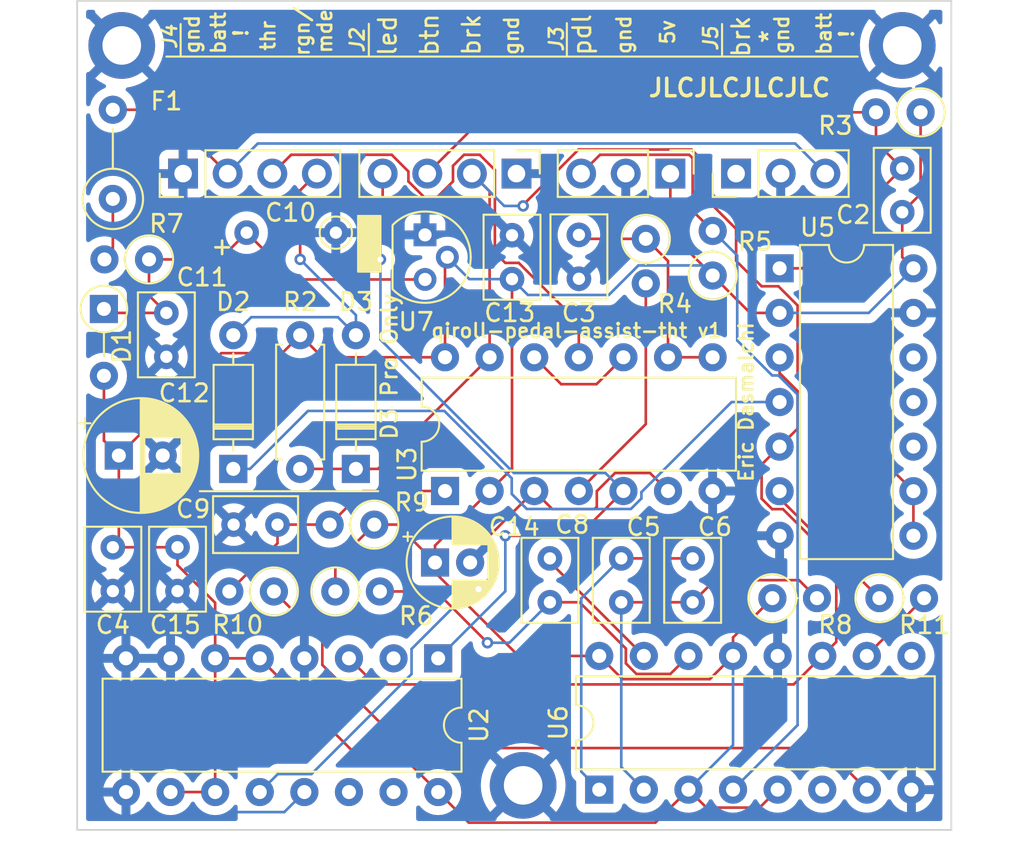
<source format=kicad_pcb>
(kicad_pcb (version 20211014) (generator pcbnew)
  (layers (0 "F.Cu" signal) (31 "B.Cu" signal) (35 "F.Paste" user) (37 "F.SilkS" user "F.Silkscreen") (38 "B.Mask" user) (39 "F.Mask" user) (44 "Edge.Cuts" user))
  (net 0 "")
  (net 1 "GND")
  (net 2 "Net-(C5-Pad1)")
  (net 3 "Net-(C5-Pad2)")
  (net 4 "Net-(U2-Pad3)")
  (net 5 "Net-(C10-Pad1)")
  (net 6 "Net-(F1-Pad2)")
  (net 7 "Net-(C2-Pad2)")
  (net 8 "Net-(C3-Pad2)")
  (net 9 "Net-(C9-Pad1)")
  (net 10 "Net-(J4-Pad3)")
  (net 11 "Net-(R4-Pad2)")
  (net 12 "Net-(R10-Pad1)")
  (net 13 "Net-(D2-Pad1)")
  (net 17 "VDD")
  (net 18 "Net-(D2-Pad2)")
  (net 19 "Net-(R11-Pad2)")
  (net 20 "Net-(R11-Pad1)")
  (net 21 "Net-(D3-Pad1)")
  (net 22 "Net-(F1-Pad1)")
  (net 23 "Net-(J3-Pad3)")
  (net 24 "Net-(U2-Pad12)")
  (net 27 "Net-(J2-Pad4)")
  (net 28 "Net-(U3-Pad10)")
  (net 32 "Net-(C8-Pad1)")
  (net 33 "Net-(C8-Pad2)")
  (footprint "Capacitor_THT:CP_Radial_D6.3mm_P2.50mm" (layer "F.Cu") (at 114.133621 119.888)
    (fp_text reference "C12" (at 3.722379 -3.556) (layer "F.SilkS"))
    (fp_text value "470u")
    (pad "1" thru_hole rect locked (at 0 0) (size 1.6 1.6) (drill 0.8) (layers *.Cu *.Mask) (net 17 "VDD"))
    (pad "2" thru_hole circle locked (at 2.5 0) (size 1.6 1.6) (drill 0.8) (layers *.Cu *.Mask) (net 1 "GND"))
  )
  (footprint "MountingHole:MountingHole_2.2mm_M2_DIN965_Pad" (layer "F.Cu") (at 158.75 96.52)
    (fp_text reference "H3" hide)
    (fp_text value "MountingHole_Pad")
    (pad "1" thru_hole circle locked (at 0 0) (size 3.8 3.8) (drill 2.2) (layers *.Cu *.Mask) (net 1 "GND"))
  )
  (footprint "MountingHole:MountingHole_2.2mm_M2_DIN965_Pad" (layer "F.Cu") (at 114.3 96.52)
    (fp_text reference "H4" hide)
    (fp_text value "MountingHole_Pad")
    (pad "1" thru_hole circle locked (at 0 0) (size 3.8 3.8) (drill 2.2) (layers *.Cu *.Mask) (net 1 "GND"))
  )
  (footprint "MountingHole:MountingHole_2.2mm_M2_DIN965_Pad" (layer "F.Cu") (at 137.16 138.684)
    (fp_text reference "H1" hide)
    (fp_text value "MountingHole_Pad")
    (pad "1" thru_hole circle locked (at 0 0) (size 3.8 3.8) (drill 2.2) (layers *.Cu *.Mask) (net 1 "GND"))
  )
  (footprint "Connector_PinHeader_2.54mm:PinHeader_1x04_P2.54mm_Vertical" (layer "F.Cu") (at 136.779 103.8225 -90)
    (fp_text reference "J2" hide)
    (fp_text value "led_sw1")
    (pad "1" thru_hole rect locked (at 0 0 270) (size 1.7 1.7) (drill 1) (layers *.Cu *.Mask) (net 1 "GND"))
    (pad "2" thru_hole oval locked (at 0 2.54 270) (size 1.7 1.7) (drill 1) (layers *.Cu *.Mask) (net 21 "Net-(D3-Pad1)"))
    (pad "3" thru_hole oval locked (at 0 5.08 270) (size 1.7 1.7) (drill 1) (layers *.Cu *.Mask) (net 7 "Net-(C2-Pad2)"))
    (pad "4" thru_hole oval locked (at 0 7.62 270) (size 1.7 1.7) (drill 1) (layers *.Cu *.Mask) (net 27 "Net-(J2-Pad4)"))
  )
  (footprint "Connector_PinHeader_2.54mm:PinHeader_1x03_P2.54mm_Vertical" (layer "F.Cu") (at 145.542 103.8225 -90)
    (fp_text reference "J3" hide)
    (fp_text value "accessory")
    (pad "1" thru_hole rect locked (at 0 0 270) (size 1.7 1.7) (drill 1) (layers *.Cu *.Mask) (net 17 "VDD"))
    (pad "2" thru_hole oval locked (at 0 2.54 270) (size 1.7 1.7) (drill 1) (layers *.Cu *.Mask) (net 1 "GND"))
    (pad "3" thru_hole oval locked (at 0 5.08 270) (size 1.7 1.7) (drill 1) (layers *.Cu *.Mask) (net 23 "Net-(J3-Pad3)"))
  )
  (footprint "Connector_PinHeader_2.54mm:PinHeader_1x04_P2.54mm_Vertical" (layer "F.Cu") (at 117.7925 103.8225 90)
    (fp_text reference "J4" hide)
    (fp_text value "mode_thr_batt")
    (pad "1" thru_hole rect locked (at 0 0 90) (size 1.7 1.7) (drill 1) (layers *.Cu *.Mask) (net 1 "GND"))
    (pad "2" thru_hole oval locked (at 0 2.54 90) (size 1.7 1.7) (drill 1) (layers *.Cu *.Mask) (net 6 "Net-(F1-Pad2)"))
    (pad "3" thru_hole oval locked (at 0 5.08 90) (size 1.7 1.7) (drill 1) (layers *.Cu *.Mask) (net 10 "Net-(J4-Pad3)"))
    (pad "4" thru_hole oval locked (at 0 7.62 90) (size 1.7 1.7) (drill 1) (layers *.Cu *.Mask) (net 18 "Net-(D2-Pad2)"))
  )
  (footprint "Connector_PinHeader_2.54mm:PinHeader_1x03_P2.54mm_Vertical" (layer "F.Cu") (at 149.2885 103.8225 90)
    (fp_text reference "J5" hide)
    (fp_text value "3_pin")
    (pad "1" thru_hole rect locked (at 0 0 90) (size 1.7 1.7) (drill 1) (layers *.Cu *.Mask))
    (pad "2" thru_hole oval locked (at 0 2.54 90) (size 1.7 1.7) (drill 1) (layers *.Cu *.Mask) (net 1 "GND"))
    (pad "3" thru_hole oval locked (at 0 5.08 90) (size 1.7 1.7) (drill 1) (layers *.Cu *.Mask) (net 6 "Net-(F1-Pad2)"))
  )
  (footprint "Resistor_THT:R_Axial_DIN0204_L3.6mm_D1.6mm_P5.08mm_Vertical" (layer "F.Cu") (at 121.412 107.188)
    (fp_text reference "C10" (at 2.5 -1.143) (layer "F.SilkS"))
    (fp_text value "150u")
    (fp_text user "+" (at -1.397 0.762 unlocked) (layer "F.SilkS"))
    (pad "1" thru_hole circle (at 0 0) (size 1.4 1.4) (drill 0.7) (layers *.Cu *.Mask) (net 5 "Net-(C10-Pad1)"))
    (pad "2" thru_hole oval (at 5.08 0) (size 1.4 1.4) (drill 0.7) (layers *.Cu *.Mask) (net 1 "GND"))
  )
  (footprint "Capacitor_THT:C_Rect_L4.6mm_W3.0mm_P2.50mm_MKS02_FKP02" (layer "F.Cu") (at 123.17 123.825 180)
    (fp_text reference "C9" (at 4.806 0.889) (layer "F.SilkS"))
    (fp_text value "4.7u")
    (pad "1" thru_hole circle locked (at 0 0 180) (size 1.4 1.4) (drill 0.7) (layers *.Cu *.Mask) (net 9 "Net-(C9-Pad1)"))
    (pad "2" thru_hole circle locked (at 2.5 0 180) (size 1.4 1.4) (drill 0.7) (layers *.Cu *.Mask) (net 1 "GND"))
  )
  (footprint "Capacitor_THT:CP_Radial_D5.0mm_P2.00mm" (layer "F.Cu") (at 132.140888 125.984)
    (fp_text reference "C14" (at 4.511112 -2.032) (layer "F.SilkS"))
    (fp_text value "22u")
    (pad "1" thru_hole rect locked (at 0 0) (size 1.6 1.6) (drill 0.8) (layers *.Cu *.Mask) (net 17 "VDD"))
    (pad "2" thru_hole circle locked (at 2 0) (size 1.6 1.6) (drill 0.8) (layers *.Cu *.Mask) (net 1 "GND"))
  )
  (footprint "Capacitor_THT:C_Rect_L4.6mm_W3.0mm_P2.50mm_MKS02_FKP02" (layer "F.Cu") (at 117.475 125.115 -90)
    (fp_text reference "C15" (at 4.425 0.127 180) (layer "F.SilkS"))
    (fp_text value "1u")
    (pad "1" thru_hole circle locked (at 0 0 270) (size 1.4 1.4) (drill 0.7) (layers *.Cu *.Mask) (net 17 "VDD"))
    (pad "2" thru_hole circle locked (at 2.5 0 270) (size 1.4 1.4) (drill 0.7) (layers *.Cu *.Mask) (net 1 "GND"))
  )
  (footprint "Capacitor_THT:C_Rect_L4.6mm_W3.0mm_P2.50mm_MKS02_FKP02" (layer "F.Cu") (at 136.525 109.835 90)
    (fp_text reference "C13" (at -1.925 -0.127 180) (layer "F.SilkS"))
    (fp_text value ".1u")
    (pad "1" thru_hole circle locked (at 0 0 90) (size 1.4 1.4) (drill 0.7) (layers *.Cu *.Mask) (net 17 "VDD"))
    (pad "2" thru_hole circle locked (at 2.5 0 90) (size 1.4 1.4) (drill 0.7) (layers *.Cu *.Mask) (net 1 "GND"))
  )
  (footprint "Resistor_THT:R_Axial_DIN0207_L6.3mm_D2.5mm_P2.54mm_Vertical" (layer "F.Cu") (at 159.795 100.33 180)
    (fp_text reference "R3" (at 4.855 -0.762 180) (layer "F.SilkS"))
    (fp_text value "200k")
    (pad "1" thru_hole circle locked (at 0 0 180) (size 1.6 1.6) (drill 0.8) (layers *.Cu *.Mask) (net 17 "VDD"))
    (pad "2" thru_hole oval locked (at 2.54 0 180) (size 1.6 1.6) (drill 0.8) (layers *.Cu *.Mask) (net 7 "Net-(C2-Pad2)"))
  )
  (footprint "Package_DIP:DIP-16_W7.62mm" (layer "F.Cu") (at 141.493 138.928 90)
    (fp_text reference "U6" (at 3.81 -2.33 90) (layer "F.SilkS"))
    (fp_text value "14538B")
    (pad "1" thru_hole rect locked (at 0 0 90) (size 1.6 1.6) (drill 0.8) (layers *.Cu *.Mask) (net 3 "Net-(C5-Pad2)"))
    (pad "2" thru_hole oval locked (at 0 2.54 90) (size 1.6 1.6) (drill 0.8) (layers *.Cu *.Mask) (net 2 "Net-(C5-Pad1)"))
    (pad "3" thru_hole oval locked (at 0 5.08 90) (size 1.6 1.6) (drill 0.8) (layers *.Cu *.Mask) (net 17 "VDD"))
    (pad "4" thru_hole oval locked (at 0 7.62 90) (size 1.6 1.6) (drill 0.8) (layers *.Cu *.Mask) (net 23 "Net-(J3-Pad3)"))
    (pad "5" thru_hole oval locked (at 0 10.16 90) (size 1.6 1.6) (drill 0.8) (layers *.Cu *.Mask) (net 17 "VDD"))
    (pad "6" thru_hole oval locked (at 0 12.7 90) (size 1.6 1.6) (drill 0.8) (layers *.Cu *.Mask))
    (pad "7" thru_hole oval locked (at 0 15.24 90) (size 1.6 1.6) (drill 0.8) (layers *.Cu *.Mask) (net 12 "Net-(R10-Pad1)"))
    (pad "8" thru_hole oval locked (at 0 17.78 90) (size 1.6 1.6) (drill 0.8) (layers *.Cu *.Mask) (net 1 "GND"))
    (pad "9" thru_hole oval locked (at 7.62 17.78 90) (size 1.6 1.6) (drill 0.8) (layers *.Cu *.Mask))
    (pad "10" thru_hole oval locked (at 7.62 15.24 90) (size 1.6 1.6) (drill 0.8) (layers *.Cu *.Mask) (net 19 "Net-(R11-Pad2)"))
    (pad "11" thru_hole oval locked (at 7.62 12.7 90) (size 1.6 1.6) (drill 0.8) (layers *.Cu *.Mask) (net 4 "Net-(U2-Pad3)"))
    (pad "12" thru_hole oval locked (at 7.62 10.16 90) (size 1.6 1.6) (drill 0.8) (layers *.Cu *.Mask) (net 1 "GND"))
    (pad "13" thru_hole oval locked (at 7.62 7.62 90) (size 1.6 1.6) (drill 0.8) (layers *.Cu *.Mask) (net 17 "VDD"))
    (pad "14" thru_hole oval locked (at 7.62 5.08 90) (size 1.6 1.6) (drill 0.8) (layers *.Cu *.Mask) (net 32 "Net-(C8-Pad1)"))
    (pad "15" thru_hole oval locked (at 7.62 2.54 90) (size 1.6 1.6) (drill 0.8) (layers *.Cu *.Mask) (net 33 "Net-(C8-Pad2)"))
    (pad "16" thru_hole oval locked (at 7.62 0 90) (size 1.6 1.6) (drill 0.8) (layers *.Cu *.Mask) (net 17 "VDD"))
  )
  (footprint "Resistor_THT:R_Axial_DIN0207_L6.3mm_D2.5mm_P2.54mm_Vertical" (layer "F.Cu") (at 147.955 109.63 90)
    (fp_text reference "R5" (at 1.934 2.413 180) (layer "F.SilkS"))
    (fp_text value "75k")
    (pad "1" thru_hole circle locked (at 0 0 90) (size 1.6 1.6) (drill 0.8) (layers *.Cu *.Mask) (net 17 "VDD"))
    (pad "2" thru_hole oval locked (at 2.54 0 90) (size 1.6 1.6) (drill 0.8) (layers *.Cu *.Mask) (net 23 "Net-(J3-Pad3)"))
  )
  (footprint "Resistor_THT:R_Axial_DIN0207_L6.3mm_D2.5mm_P2.54mm_Vertical" (layer "F.Cu") (at 126.463 127.635)
    (fp_text reference "R6" (at 4.601 1.397 180) (layer "F.SilkS"))
    (fp_text value "390k")
    (pad "1" thru_hole circle locked (at 0 0) (size 1.6 1.6) (drill 0.8) (layers *.Cu *.Mask) (net 17 "VDD"))
    (pad "2" thru_hole oval locked (at 2.54 0) (size 1.6 1.6) (drill 0.8) (layers *.Cu *.Mask) (net 32 "Net-(C8-Pad1)"))
  )
  (footprint "Diode_THT:D_DO-35_SOD27_P3.81mm_Vertical_AnodeUp" (layer "F.Cu") (at 113.284 111.534686 -90)
    (fp_text reference "D1" (at 2.130314 -1.016 90) (layer "F.SilkS"))
    (fp_text value "1N4148")
    (pad "1" thru_hole rect locked (at 0 0 270) (size 1.6 1.6) (drill 0.8) (layers *.Cu *.Mask) (net 5 "Net-(C10-Pad1)"))
    (pad "2" thru_hole oval locked (at 3.81 0 270) (size 1.6 1.6) (drill 0.8) (layers *.Cu *.Mask) (net 17 "VDD"))
  )
  (footprint "Resistor_THT:R_Axial_DIN0207_L6.3mm_D2.5mm_P2.54mm_Vertical" (layer "F.Cu") (at 122.965 127.635 180)
    (fp_text reference "R10" (at 2.061 -1.905) (layer "F.SilkS"))
    (fp_text value "75k")
    (pad "1" thru_hole circle locked (at 0 0 180) (size 1.6 1.6) (drill 0.8) (layers *.Cu *.Mask) (net 12 "Net-(R10-Pad1)"))
    (pad "2" thru_hole oval locked (at 2.54 0 180) (size 1.6 1.6) (drill 0.8) (layers *.Cu *.Mask) (net 9 "Net-(C9-Pad1)"))
  )
  (footprint "Capacitor_THT:C_Rect_L4.6mm_W3.0mm_P2.50mm_MKS02_FKP02" (layer "F.Cu") (at 140.335 109.815 90)
    (fp_text reference "C3" (at -1.945 0 180) (layer "F.SilkS"))
    (fp_text value ".1u")
    (pad "1" thru_hole circle locked (at 0 0 90) (size 1.4 1.4) (drill 0.7) (layers *.Cu *.Mask) (net 1 "GND"))
    (pad "2" thru_hole circle locked (at 2.5 0 90) (size 1.4 1.4) (drill 0.7) (layers *.Cu *.Mask) (net 8 "Net-(C3-Pad2)"))
  )
  (footprint "Resistor_THT:R_Axial_DIN0207_L6.3mm_D2.5mm_P2.54mm_Vertical" (layer "F.Cu") (at 144.145 107.54 -90)
    (fp_text reference "R4" (at 3.712 -1.651 180) (layer "F.SilkS"))
    (fp_text value "390k")
    (pad "1" thru_hole circle locked (at 0 0 270) (size 1.6 1.6) (drill 0.8) (layers *.Cu *.Mask) (net 8 "Net-(C3-Pad2)"))
    (pad "2" thru_hole oval locked (at 2.54 0 270) (size 1.6 1.6) (drill 0.8) (layers *.Cu *.Mask) (net 11 "Net-(R4-Pad2)"))
  )
  (footprint "Capacitor_THT:C_Rect_L4.6mm_W3.0mm_P2.50mm_MKS02_FKP02" (layer "F.Cu") (at 142.748 128.25 90)
    (fp_text reference "C5" (at 4.298 1.27 180) (layer "F.SilkS"))
    (fp_text value ".1u")
    (pad "1" thru_hole circle locked (at 0 0 90) (size 1.4 1.4) (drill 0.7) (layers *.Cu *.Mask) (net 2 "Net-(C5-Pad1)"))
    (pad "2" thru_hole circle locked (at 2.5 0 90) (size 1.4 1.4) (drill 0.7) (layers *.Cu *.Mask) (net 3 "Net-(C5-Pad2)"))
  )
  (footprint "Resistor_THT:R_Axial_DIN0207_L6.3mm_D2.5mm_P2.54mm_Vertical" (layer "F.Cu") (at 157.451 128.016)
    (fp_text reference "R11" (at 2.569 1.524) (layer "F.SilkS"))
    (fp_text value "390k")
    (pad "1" thru_hole circle locked (at 0 0) (size 1.6 1.6) (drill 0.8) (layers *.Cu *.Mask) (net 20 "Net-(R11-Pad1)"))
    (pad "2" thru_hole oval locked (at 2.54 0) (size 1.6 1.6) (drill 0.8) (layers *.Cu *.Mask) (net 19 "Net-(R11-Pad2)"))
  )
  (footprint "Resistor_THT:R_Axial_DIN0207_L6.3mm_D2.5mm_P7.62mm_Horizontal" (layer "F.Cu") (at 124.46 113.03 -90)
    (fp_text reference "R2" (at -1.905 0) (layer "F.SilkS"))
    (fp_text value "75k")
    (pad "1" thru_hole circle locked (at 0 0 270) (size 1.6 1.6) (drill 0.8) (layers *.Cu *.Mask) (net 17 "VDD"))
    (pad "2" thru_hole oval locked (at 7.62 0 270) (size 1.6 1.6) (drill 0.8) (layers *.Cu *.Mask) (net 21 "Net-(D3-Pad1)"))
  )
  (footprint "Capacitor_THT:C_Rect_L4.6mm_W3.0mm_P2.50mm_MKS02_FKP02" (layer "F.Cu") (at 113.792 127.615 90)
    (fp_text reference "C4" (at -1.925 0 180) (layer "F.SilkS"))
    (fp_text value ".1u")
    (pad "1" thru_hole circle locked (at 0 0 90) (size 1.4 1.4) (drill 0.7) (layers *.Cu *.Mask) (net 1 "GND"))
    (pad "2" thru_hole circle locked (at 2.5 0 90) (size 1.4 1.4) (drill 0.7) (layers *.Cu *.Mask) (net 17 "VDD"))
  )
  (footprint "Package_DIP:DIP-14_W7.62mm" (layer "F.Cu") (at 132.71 121.91 90)
    (fp_text reference "U3" (at 1.514 -2.154 90) (layer "F.SilkS"))
    (fp_text value "4093B")
    (pad "1" thru_hole rect locked (at 0 0 90) (size 1.6 1.6) (drill 0.8) (layers *.Cu *.Mask) (net 9 "Net-(C9-Pad1)"))
    (pad "2" thru_hole oval locked (at 0 2.54 90) (size 1.6 1.6) (drill 0.8) (layers *.Cu *.Mask) (net 17 "VDD"))
    (pad "3" thru_hole oval locked (at 0 5.08 90) (size 1.6 1.6) (drill 0.8) (layers *.Cu *.Mask) (net 24 "Net-(U2-Pad12)"))
    (pad "4" thru_hole oval locked (at 0 7.62 90) (size 1.6 1.6) (drill 0.8) (layers *.Cu *.Mask) (net 11 "Net-(R4-Pad2)"))
    (pad "5" thru_hole oval locked (at 0 10.16 90) (size 1.6 1.6) (drill 0.8) (layers *.Cu *.Mask) (net 27 "Net-(J2-Pad4)"))
    (pad "6" thru_hole oval locked (at 0 12.7 90) (size 1.6 1.6) (drill 0.8) (layers *.Cu *.Mask) (net 24 "Net-(U2-Pad12)"))
    (pad "7" thru_hole oval locked (at 0 15.24 90) (size 1.6 1.6) (drill 0.8) (layers *.Cu *.Mask) (net 1 "GND"))
    (pad "8" thru_hole oval locked (at 7.62 15.24 90) (size 1.6 1.6) (drill 0.8) (layers *.Cu *.Mask) (net 8 "Net-(C3-Pad2)"))
    (pad "9" thru_hole oval locked (at 7.62 12.7 90) (size 1.6 1.6) (drill 0.8) (layers *.Cu *.Mask) (net 8 "Net-(C3-Pad2)"))
    (pad "10" thru_hole oval locked (at 7.62 10.16 90) (size 1.6 1.6) (drill 0.8) (layers *.Cu *.Mask) (net 28 "Net-(U3-Pad10)"))
    (pad "11" thru_hole oval locked (at 7.62 7.62 90) (size 1.6 1.6) (drill 0.8) (layers *.Cu *.Mask) (net 10 "Net-(J4-Pad3)"))
    (pad "12" thru_hole oval locked (at 7.62 5.08 90) (size 1.6 1.6) (drill 0.8) (layers *.Cu *.Mask) (net 28 "Net-(U3-Pad10)"))
    (pad "13" thru_hole oval locked (at 7.62 2.54 90) (size 1.6 1.6) (drill 0.8) (layers *.Cu *.Mask) (net 21 "Net-(D3-Pad1)"))
    (pad "14" thru_hole oval locked (at 7.62 0 90) (size 1.6 1.6) (drill 0.8) (layers *.Cu *.Mask) (net 17 "VDD"))
  )
  (footprint "Capacitor_THT:C_Rect_L4.6mm_W3.0mm_P2.50mm_MKS02_FKP02" (layer "F.Cu") (at 138.684 128.25 90)
    (fp_text reference "C8" (at 4.425 1.27 180) (layer "F.SilkS"))
    (fp_text value "1u")
    (pad "1" thru_hole circle locked (at 0 0 90) (size 1.4 1.4) (drill 0.7) (layers *.Cu *.Mask) (net 32 "Net-(C8-Pad1)"))
    (pad "2" thru_hole circle locked (at 2.5 0 90) (size 1.4 1.4) (drill 0.7) (layers *.Cu *.Mask) (net 33 "Net-(C8-Pad2)"))
  )
  (footprint "Package_TO_SOT_THT:TO-92" (layer "F.Cu") (at 131.572 107.315 -90)
    (fp_text reference "U7" (at 4.953 0.508 180) (layer "F.SilkS"))
    (fp_text value "MCP1799_3V3")
    (pad "1" thru_hole rect locked (at 0 0 270) (size 1.3 1.3) (drill 0.75) (layers *.Cu *.Mask) (net 1 "GND"))
    (pad "2" thru_hole circle locked (at 1.27 -1.27 270) (size 1.3 1.3) (drill 0.75) (layers *.Cu *.Mask) (net 17 "VDD"))
    (pad "3" thru_hole circle locked (at 2.54 0 270) (size 1.3 1.3) (drill 0.75) (layers *.Cu *.Mask) (net 5 "Net-(C10-Pad1)"))
  )
  (footprint "Resistor_THT:R_Axial_DIN0207_L6.3mm_D2.5mm_P2.54mm_Vertical" (layer "F.Cu") (at 115.853 108.712 180)
    (fp_text reference "R7" (at -0.987 2.032) (layer "F.SilkS"))
    (fp_text value "3.3k")
    (pad "1" thru_hole circle locked (at 0 0 180) (size 1.6 1.6) (drill 0.8) (layers *.Cu *.Mask) (net 5 "Net-(C10-Pad1)"))
    (pad "2" thru_hole oval locked (at 2.54 0 180) (size 1.6 1.6) (drill 0.8) (layers *.Cu *.Mask) (net 22 "Net-(F1-Pad1)"))
  )
  (footprint "Capacitor_THT:C_Rect_L4.6mm_W3.0mm_P2.50mm_MKS02_FKP02" (layer "F.Cu") (at 116.84 111.76 -90)
    (fp_text reference "C11" (at -2.032 -2.032 180) (layer "F.SilkS"))
    (fp_text value ".22u")
    (pad "1" thru_hole circle locked (at 0 0 270) (size 1.4 1.4) (drill 0.7) (layers *.Cu *.Mask) (net 5 "Net-(C10-Pad1)"))
    (pad "2" thru_hole circle locked (at 2.5 0 270) (size 1.4 1.4) (drill 0.7) (layers *.Cu *.Mask) (net 1 "GND"))
  )
  (footprint "Resistor_THT:R_Axial_DIN0309_L9.0mm_D3.2mm_P5.08mm_Vertical" (layer "F.Cu") (at 113.792 105.264 90)
    (fp_text reference "F1" (at 5.569 3.048 180) (layer "F.SilkS"))
    (fp_text value "0ZCJ0012FF2E")
    (pad "1" thru_hole circle locked (at 0 0 90) (size 1.6 1.6) (drill 0.8) (layers *.Cu *.Mask) (net 22 "Net-(F1-Pad1)"))
    (pad "2" thru_hole oval locked (at 5.08 0 90) (size 1.6 1.6) (drill 0.8) (layers *.Cu *.Mask) (net 6 "Net-(F1-Pad2)"))
  )
  (footprint "Package_DIP:DIP-16_W7.62mm" (layer "F.Cu") (at 132.319 131.445 -90)
    (fp_text reference "U2" (at 3.81 -2.33 90) (layer "F.SilkS"))
    (fp_text value "4027B")
    (pad "1" thru_hole rect locked (at 0 0 270) (size 1.6 1.6) (drill 0.8) (layers *.Cu *.Mask) (net 27 "Net-(J2-Pad4)"))
    (pad "2" thru_hole oval locked (at 0 2.54 270) (size 1.6 1.6) (drill 0.8) (layers *.Cu *.Mask))
    (pad "3" thru_hole oval locked (at 0 5.08 270) (size 1.6 1.6) (drill 0.8) (layers *.Cu *.Mask) (net 4 "Net-(U2-Pad3)"))
    (pad "4" thru_hole oval locked (at 0 7.62 270) (size 1.6 1.6) (drill 0.8) (layers *.Cu *.Mask) (net 1 "GND"))
    (pad "5" thru_hole oval locked (at 0 10.16 270) (size 1.6 1.6) (drill 0.8) (layers *.Cu *.Mask) (net 17 "VDD"))
    (pad "6" thru_hole oval locked (at 0 12.7 270) (size 1.6 1.6) (drill 0.8) (layers *.Cu *.Mask) (net 17 "VDD"))
    (pad "7" thru_hole oval locked (at 0 15.24 270) (size 1.6 1.6) (drill 0.8) (layers *.Cu *.Mask) (net 1 "GND"))
    (pad "8" thru_hole oval locked (at 0 17.78 270) (size 1.6 1.6) (drill 0.8) (layers *.Cu *.Mask) (net 1 "GND"))
    (pad "9" thru_hole oval locked (at 7.62 17.78 270) (size 1.6 1.6) (drill 0.8) (layers *.Cu *.Mask) (net 1 "GND"))
    (pad "10" thru_hole oval locked (at 7.62 15.24 270) (size 1.6 1.6) (drill 0.8) (layers *.Cu *.Mask) (net 17 "VDD"))
    (pad "11" thru_hole oval locked (at 7.62 12.7 270) (size 1.6 1.6) (drill 0.8) (layers *.Cu *.Mask) (net 17 "VDD"))
    (pad "12" thru_hole oval locked (at 7.62 10.16 270) (size 1.6 1.6) (drill 0.8) (layers *.Cu *.Mask) (net 24 "Net-(U2-Pad12)"))
    (pad "13" thru_hole oval locked (at 7.62 7.62 270) (size 1.6 1.6) (drill 0.8) (layers *.Cu *.Mask) (net 1 "GND"))
    (pad "14" thru_hole oval locked (at 7.62 5.08 270) (size 1.6 1.6) (drill 0.8) (layers *.Cu *.Mask))
    (pad "15" thru_hole oval locked (at 7.62 2.54 270) (size 1.6 1.6) (drill 0.8) (layers *.Cu *.Mask))
    (pad "16" thru_hole oval locked (at 7.62 0 270) (size 1.6 1.6) (drill 0.8) (layers *.Cu *.Mask) (net 17 "VDD"))
  )
  (footprint "Capacitor_THT:C_Rect_L4.6mm_W3.0mm_P2.50mm_MKS02_FKP02" (layer "F.Cu") (at 158.75 106.025 90)
    (fp_text reference "C2" (at -0.147 -2.794 180) (layer "F.SilkS"))
    (fp_text value ".22u")
    (pad "1" thru_hole circle locked (at 0 0 90) (size 1.4 1.4) (drill 0.7) (layers *.Cu *.Mask) (net 17 "VDD"))
    (pad "2" thru_hole circle locked (at 2.5 0 90) (size 1.4 1.4) (drill 0.7) (layers *.Cu *.Mask) (net 7 "Net-(C2-Pad2)"))
  )
  (footprint "Resistor_THT:R_Axial_DIN0207_L6.3mm_D2.5mm_P2.54mm_Vertical" (layer "F.Cu") (at 128.68 123.825 180)
    (fp_text reference "R9" (at -2.13 1.27) (layer "F.SilkS"))
    (fp_text value "200k")
    (pad "1" thru_hole circle locked (at 0 0 180) (size 1.6 1.6) (drill 0.8) (layers *.Cu *.Mask) (net 17 "VDD"))
    (pad "2" thru_hole oval locked (at 2.54 0 180) (size 1.6 1.6) (drill 0.8) (layers *.Cu *.Mask) (net 9 "Net-(C9-Pad1)"))
  )
  (footprint "Resistor_THT:R_Axial_DIN0207_L6.3mm_D2.5mm_P2.54mm_Vertical" (layer "F.Cu") (at 151.355 128.016)
    (fp_text reference "R8" (at 3.585 1.524 180) (layer "F.SilkS"))
    (fp_text value "390k")
    (pad "1" thru_hole circle locked (at 0 0) (size 1.6 1.6) (drill 0.8) (layers *.Cu *.Mask) (net 17 "VDD"))
    (pad "2" thru_hole oval locked (at 2.54 0) (size 1.6 1.6) (drill 0.8) (layers *.Cu *.Mask) (net 2 "Net-(C5-Pad1)"))
  )
  (footprint "Capacitor_THT:C_Rect_L4.6mm_W3.0mm_P2.50mm_MKS02_FKP02" (layer "F.Cu") (at 146.812 128.25 90)
    (fp_text reference "C6" (at 4.298 1.27 180) (layer "F.SilkS"))
    (fp_text value ".22u")
    (pad "1" thru_hole circle locked (at 0 0 90) (size 1.4 1.4) (drill 0.7) (layers *.Cu *.Mask) (net 2 "Net-(C5-Pad1)"))
    (pad "2" thru_hole circle locked (at 2.5 0 90) (size 1.4 1.4) (drill 0.7) (layers *.Cu *.Mask) (net 3 "Net-(C5-Pad2)"))
  )
  (footprint "Package_DIP:DIP-14_W7.62mm" (layer "F.Cu") (at 151.765 109.22)
    (fp_text reference "U5" (at 2.159 -2.33) (layer "F.SilkS"))
    (fp_text value "4093B")
    (pad "1" thru_hole rect locked (at 0 0) (size 1.6 1.6) (drill 0.8) (layers *.Cu *.Mask) (net 7 "Net-(C2-Pad2)"))
    (pad "2" thru_hole oval locked (at 0 2.54) (size 1.6 1.6) (drill 0.8) (layers *.Cu *.Mask) (net 17 "VDD"))
    (pad "3" thru_hole oval locked (at 0 5.08) (size 1.6 1.6) (drill 0.8) (layers *.Cu *.Mask) (net 4 "Net-(U2-Pad3)"))
    (pad "4" thru_hole oval locked (at 0 7.62) (size 1.6 1.6) (drill 0.8) (layers *.Cu *.Mask) (net 13 "Net-(D2-Pad1)"))
    (pad "5" thru_hole oval locked (at 0 10.16) (size 1.6 1.6) (drill 0.8) (layers *.Cu *.Mask) (net 4 "Net-(U2-Pad3)"))
    (pad "6" thru_hole oval locked (at 0 12.7) (size 1.6 1.6) (drill 0.8) (layers *.Cu *.Mask) (net 20 "Net-(R11-Pad1)"))
    (pad "7" thru_hole oval locked (at 0 15.24) (size 1.6 1.6) (drill 0.8) (layers *.Cu *.Mask) (net 1 "GND"))
    (pad "8" thru_hole oval locked (at 7.62 15.24) (size 1.6 1.6) (drill 0.8) (layers *.Cu *.Mask) (net 21 "Net-(D3-Pad1)"))
    (pad "9" thru_hole oval locked (at 7.62 12.7) (size 1.6 1.6) (drill 0.8) (layers *.Cu *.Mask) (net 21 "Net-(D3-Pad1)"))
    (pad "10" thru_hole oval locked (at 7.62 10.16) (size 1.6 1.6) (drill 0.8) (layers *.Cu *.Mask))
    (pad "11" thru_hole oval locked (at 7.62 7.62) (size 1.6 1.6) (drill 0.8) (layers *.Cu *.Mask))
    (pad "12" thru_hole oval locked (at 7.62 5.08) (size 1.6 1.6) (drill 0.8) (layers *.Cu *.Mask))
    (pad "13" thru_hole oval locked (at 7.62 2.54) (size 1.6 1.6) (drill 0.8) (layers *.Cu *.Mask) (net 1 "GND"))
    (pad "14" thru_hole oval locked (at 7.62 0) (size 1.6 1.6) (drill 0.8) (layers *.Cu *.Mask) (net 17 "VDD"))
  )
  (footprint "Diode_THT:D_DO-35_SOD27_P7.62mm_Horizontal" (layer "F.Cu") (at 120.65 120.65 90)
    (fp_text reference "D2" (at 9.525 0 180) (layer "F.SilkS"))
    (fp_text value "1N4148")
    (pad "1" thru_hole rect locked (at 0 0 90) (size 1.6 1.6) (drill 0.8) (layers *.Cu *.Mask) (net 13 "Net-(D2-Pad1)"))
    (pad "2" thru_hole oval locked (at 7.62 0 90) (size 1.6 1.6) (drill 0.8) (layers *.Cu *.Mask) (net 18 "Net-(D2-Pad2)"))
  )
  (footprint "Diode_THT:D_DO-35_SOD27_P7.62mm_Horizontal" (layer "F.Cu") (at 127.635 120.65 90)
    (fp_text reference "D3" (at 9.525 0 180) (layer "F.SilkS"))
    (fp_text value "1N4148")
    (pad "1" thru_hole rect locked (at 0 0 90) (size 1.6 1.6) (drill 0.8) (layers *.Cu *.Mask) (net 21 "Net-(D3-Pad1)"))
    (pad "2" thru_hole oval locked (at 7.62 0 90) (size 1.6 1.6) (drill 0.8) (layers *.Cu *.Mask) (net 18 "Net-(D2-Pad2)"))
  )
  (gr_line (start 128.3716 95.2881) (end 128.3716 97.1296) (layer "F.SilkS") (width 0.12))
  (gr_line (start 139.6492 95.25) (end 139.6492 97.0915) (layer "F.SilkS") (width 0.12))
  (gr_line (start 148.4884 95.3008) (end 148.4884 97.1423) (layer "F.SilkS") (width 0.12))
  (gr_line (start 156.21 97.155) (end 116.84 97.155) (layer "F.SilkS") (width 0.12))
  (gr_line (start 118.745 121.92) (end 128.905 121.92) (layer "F.SilkS") (width 0.12))
  (gr_line (start 117.6528 95.3008) (end 117.6528 97.1423) (layer "F.SilkS") (width 0.12))
  (gr_line (start 161.544 141.224) (end 111.76 141.224) (layer "Edge.Cuts") (width 0.1))
  (gr_line (start 161.544 93.98) (end 161.544 141.224) (layer "Edge.Cuts") (width 0.1))
  (gr_line (start 111.76 93.98) (end 161.544 93.98) (layer "Edge.Cuts") (width 0.1))
  (gr_line (start 111.76 141.224) (end 111.76 93.98) (layer "Edge.Cuts") (width 0.1))
  (gr_text "brk" (at 134.2136 95.9104 90) (layer "F.SilkS") (effects (font (size 1 1))))
  (gr_text "gnd" (at 118.3132 95.885 90) (layer "F.SilkS") (effects (font (size 0.8 0.8))))
  (gr_text "5v" (at 145.3896 95.758 90) (layer "F.SilkS") (effects (font (size 0.8 0.8))))
  (gr_text "gnd" (at 142.9004 95.9104 90) (layer "F.SilkS") (effects (font (size 0.8 0.8))))
  (gr_text "btn" (at 131.826 95.9104 90) (layer "F.SilkS") (effects (font (size 1 1))))
  (gr_text "led" (at 129.4384 95.9612 90) (layer "F.SilkS") (effects (font (size 1 1))))
  (gr_text "gnd" (at 136.4996 95.9612 90) (layer "F.SilkS") (effects (font (size 0.8 0.8))))
  (gr_text "J4" (at 117.0305 96.012 90) (layer "F.SilkS") (effects (font (size 0.8 0.8) (thickness 0.15) italic)))
  (gr_text "J2\n" (at 127.7112 96.2152 90) (layer "F.SilkS") (effects (font (size 0.8 0.8) (thickness 0.15) italic)))
  (gr_text "J5\n\n" (at 148.4884 96.1136 90) (layer "F.SilkS") (effects (font (size 0.8 0.8) (thickness 0.15) italic)))
  (gr_text "J3\n\n" (at 139.7 96.1644 90) (layer "F.SilkS") (effects (font (size 0.8 0.8) (thickness 0.15) italic)))
  (gr_text "batt\n!" (at 120.4468 95.8088 90) (layer "F.SilkS") (effects (font (size 0.8 0.8))))
  (gr_text "gnd" (at 151.892 95.9104 90) (layer "F.SilkS") (effects (font (size 0.8 0.8))))
  (gr_text "batt\n!" (at 154.94 95.8596 90) (layer "F.SilkS") (effects (font (size 0.8 0.8))))
  (gr_text "brk\n*" (at 150.368 96.012 90) (layer "F.SilkS") (effects (font (size 1 1))))
  (gr_text "thr" (at 122.6312 95.9612 90) (layer "F.SilkS") (effects (font (size 0.8 0.8))))
  (gr_text "JLCJLCJLCJLC" (at 149.479 98.933) (layer "F.SilkS") (effects (font (size 1 1) (thickness 0.2))))
  (gr_text "pdl" (at 140.5128 95.9104 90) (layer "F.SilkS") (effects (font (size 1 1))))
  (gr_text "qiroll-pedal-assist-tht v1" (at 140.208 112.776) (layer "F.SilkS") (effects (font (size 0.8 0.8))))
  (gr_text "D3 Pro Only" (at 129.54 114.808 90) (layer "F.SilkS") (effects (font (size 0.9 0.9))))
  (gr_text "\n" (at 125.095 95.885 90) (layer "F.SilkS") (effects (font (size 0.8 0.8))))
  (gr_text "Eric Dasmalchi" (at 149.86 116.84 90) (layer "F.SilkS") (effects (font (size 0.8 0.8))))
  (gr_text "rgn/\nmde" (at 125.222 95.7072 90) (layer "F.SilkS") (effects (font (size 0.8 0.8))))
  (segment (start 124.699 139.065) (end 123.556 140.208) (width 0.15) (layer "B.Cu") (net 1))
  (segment (start 123.556 140.208) (end 120.396 140.208) (width 0.15) (layer "B.Cu") (net 1))
  (segment (start 146.812 128.25) (end 148.070511 126.991489) (width 0.15) (layer "F.Cu") (net 2))
  (segment (start 152.870489 126.991489) (end 153.895 128.016) (width 0.15) (layer "F.Cu") (net 2))
  (segment (start 148.070511 126.991489) (end 152.870489 126.991489) (width 0.15) (layer "F.Cu") (net 2))
  (segment (start 142.748 128.25) (end 146.812 128.25) (width 0.15) (layer "F.Cu") (net 2))
  (segment (start 142.748 137.643) (end 142.748 128.25) (width 0.15) (layer "B.Cu") (net 2))
  (segment (start 144.033 138.928) (end 142.748 137.643) (width 0.15) (layer "B.Cu") (net 2))
  (segment (start 146.812 125.75) (end 142.748 125.75) (width 0.15) (layer "F.Cu") (net 3))
  (segment (start 140.468489 128.029511) (end 142.748 125.75) (width 0.15) (layer "B.Cu") (net 3))
  (segment (start 141.493 138.928) (end 140.468489 137.903489) (width 0.15) (layer "B.Cu") (net 3))
  (segment (start 140.468489 137.903489) (end 140.468489 128.029511) (width 0.15) (layer "B.Cu") (net 3))
  (segment (start 151.765 115.189) (end 151.765 114.3) (width 0.15) (layer "F.Cu") (net 4))
  (segment (start 152.789511 118.355489) (end 152.789511 116.213511) (width 0.15) (layer "F.Cu") (net 4))
  (segment (start 151.340633 122.944511) (end 150.740489 122.344367) (width 0.15) (layer "F.Cu") (net 4))
  (segment (start 152.569449 132.931551) (end 154.193 131.308) (width 0.15) (layer "F.Cu") (net 4))
  (segment (start 150.740489 122.344367) (end 150.740489 120.404511) (width 0.15) (layer "F.Cu") (net 4))
  (segment (start 128.725551 132.931551) (end 152.569449 132.931551) (width 0.15) (layer "F.Cu") (net 4))
  (segment (start 127.239 131.445) (end 128.725551 132.931551) (width 0.15) (layer "F.Cu") (net 4))
  (segment (start 150.740489 120.404511) (end 151.765 119.38) (width 0.15) (layer "F.Cu") (net 4))
  (segment (start 151.955925 122.944511) (end 151.340633 122.944511) (width 0.15) (layer "F.Cu") (net 4))
  (segment (start 154.992999 125.981585) (end 151.955925 122.944511) (width 0.15) (layer "F.Cu") (net 4))
  (segment (start 154.193 131.308) (end 154.992999 130.508001) (width 0.15) (layer "F.Cu") (net 4))
  (segment (start 154.992999 130.508001) (end 154.992999 125.981585) (width 0.15) (layer "F.Cu") (net 4))
  (segment (start 152.789511 116.213511) (end 151.765 115.189) (width 0.15) (layer "F.Cu") (net 4))
  (segment (start 151.765 119.38) (end 152.789511 118.355489) (width 0.15) (layer "F.Cu") (net 4))
  (segment (start 115.853 110.773) (end 116.84 111.76) (width 0.15) (layer "F.Cu") (net 5))
  (segment (start 115.853 108.712) (end 115.853 110.773) (width 0.15) (layer "F.Cu") (net 5))
  (segment (start 116.84 111.76) (end 113.509314 111.76) (width 0.15) (layer "F.Cu") (net 5))
  (segment (start 124.079 109.855) (end 121.412 107.188) (width 0.15) (layer "F.Cu") (net 5))
  (segment (start 113.509314 111.76) (end 113.284 111.534686) (width 0.15) (layer "F.Cu") (net 5))
  (segment (start 115.853 108.712) (end 119.888 108.712) (width 0.15) (layer "F.Cu") (net 5))
  (segment (start 131.572 109.855) (end 124.079 109.855) (width 0.15) (layer "F.Cu") (net 5))
  (segment (start 119.888 108.712) (end 121.412 107.188) (width 0.15) (layer "F.Cu") (net 5))
  (segment (start 113.792 100.184) (end 116.694 100.184) (width 0.15) (layer "F.Cu") (net 6))
  (segment (start 116.694 100.184) (end 120.3325 103.8225) (width 0.15) (layer "F.Cu") (net 6))
  (segment (start 154.3685 103.8225) (end 152.654 102.108) (width 0.15) (layer "B.Cu") (net 6))
  (segment (start 122.047 102.108) (end 120.3325 103.8225) (width 0.15) (layer "B.Cu") (net 6))
  (segment (start 152.654 102.108) (end 122.047 102.108) (width 0.15) (layer "B.Cu") (net 6))
  (segment (start 153.055 109.22) (end 158.75 103.525) (width 0.15) (layer "F.Cu") (net 7))
  (segment (start 151.765 109.22) (end 153.055 109.22) (width 0.15) (layer "F.Cu") (net 7))
  (segment (start 157.255 102.03) (end 158.75 103.525) (width 0.15) (layer "F.Cu") (net 7))
  (segment (start 157.255 100.33) (end 157.255 102.03) (width 0.15) (layer "F.Cu") (net 7))
  (segment (start 135.1915 100.33) (end 131.699 103.8225) (width 0.15) (layer "F.Cu") (net 7))
  (segment (start 157.255 100.33) (end 135.1915 100.33) (width 0.15) (layer "F.Cu") (net 7))
  (segment (start 144.145 107.54) (end 145.41 108.805) (width 0.15) (layer "F.Cu") (net 8))
  (segment (start 140.56 107.54) (end 140.335 107.315) (width 0.15) (layer "F.Cu") (net 8))
  (segment (start 145.41 114.29) (end 147.95 114.29) (width 0.15) (layer "F.Cu") (net 8))
  (segment (start 144.145 107.54) (end 140.56 107.54) (width 0.15) (layer "F.Cu") (net 8))
  (segment (start 145.41 108.805) (end 145.41 114.29) (width 0.15) (layer "F.Cu") (net 8))
  (segment (start 128.045 121.92) (end 129.032 121.92) (width 0.15) (layer "F.Cu") (net 9))
  (segment (start 120.425 127.635) (end 123.17 124.89) (width 0.15) (layer "F.Cu") (net 9))
  (segment (start 123.17 124.89) (end 123.17 123.825) (width 0.15) (layer "F.Cu") (net 9))
  (segment (start 129.032 121.92) (end 129.042 121.91) (width 0.15) (layer "F.Cu") (net 9))
  (segment (start 126.14 123.825) (end 128.045 121.92) (width 0.15) (layer "F.Cu") (net 9))
  (segment (start 129.042 121.91) (end 132.71 121.91) (width 0.15) (layer "F.Cu") (net 9))
  (segment (start 123.17 123.825) (end 126.14 123.825) (width 0.15) (layer "F.Cu") (net 9))
  (segment (start 140.33 112.332543) (end 140.33 114.29) (width 0.15) (layer "F.Cu") (net 10))
  (segment (start 122.8725 103.8225) (end 123.947011 102.747989) (width 0.15) (layer "F.Cu") (net 10))
  (segment (start 131.512911 105.156) (end 132.276067 105.156) (width 0.15) (layer "F.Cu") (net 10))
  (segment (start 130.624489 104.267578) (end 131.512911 105.156) (width 0.15) (layer "F.Cu") (net 10))
  (segment (start 133.164489 103.377422) (end 133.793922 102.747989) (width 0.15) (layer "F.Cu") (net 10))
  (segment (start 132.276067 105.156) (end 133.164489 104.267578) (width 0.15) (layer "F.Cu") (net 10))
  (segment (start 130.624489 103.700489) (end 130.624489 104.267578) (width 0.15) (layer "F.Cu") (net 10))
  (segment (start 129.671989 102.747989) (end 130.624489 103.700489) (width 0.15) (layer "F.Cu") (net 10))
  (segment (start 134.684078 102.747989) (end 135.54952 103.613431) (width 0.15) (layer "F.Cu") (net 10))
  (segment (start 136.907946 108.910489) (end 140.33 112.332543) (width 0.15) (layer "F.Cu") (net 10))
  (segment (start 135.54952 108.317955) (end 136.142054 108.910489) (width 0.15) (layer "F.Cu") (net 10))
  (segment (start 123.947011 102.747989) (end 129.671989 102.747989) (width 0.15) (layer "F.Cu") (net 10))
  (segment (start 135.54952 103.613431) (end 135.54952 108.317955) (width 0.15) (layer "F.Cu") (net 10))
  (segment (start 133.164489 104.267578) (end 133.164489 103.377422) (width 0.15) (layer "F.Cu") (net 10))
  (segment (start 136.142054 108.910489) (end 136.907946 108.910489) (width 0.15) (layer "F.Cu") (net 10))
  (segment (start 133.793922 102.747989) (end 134.684078 102.747989) (width 0.15) (layer "F.Cu") (net 10))
  (segment (start 144.145 118.095) (end 140.33 121.91) (width 0.15) (layer "F.Cu") (net 11))
  (segment (start 144.145 110.08) (end 144.145 118.095) (width 0.15) (layer "F.Cu") (net 11))
  (segment (start 122.965 127.635) (end 125.723511 130.393511) (width 0.15) (layer "F.Cu") (net 12))
  (segment (start 125.723511 130.393511) (end 125.723511 131.819511) (width 0.15) (layer "F.Cu") (net 12))
  (segment (start 125.723511 131.819511) (end 130.463489 136.559489) (width 0.15) (layer "F.Cu") (net 12))
  (segment (start 154.364489 136.559489) (end 156.733 138.928) (width 0.15) (layer "F.Cu") (net 12))
  (segment (start 130.463489 136.559489) (end 154.364489 136.559489) (width 0.15) (layer "F.Cu") (net 12))
  (segment (start 137.365633 122.934511) (end 143.294367 122.934511) (width 0.15) (layer "B.Cu") (net 13))
  (segment (start 149.031122 116.84) (end 151.765 116.84) (width 0.15) (layer "B.Cu") (net 13))
  (segment (start 120.65 120.65) (end 121.6 120.65) (width 0.15) (layer "B.Cu") (net 13))
  (segment (start 124.902 117.348) (end 132.672414 117.348) (width 0.15) (layer "B.Cu") (net 13))
  (segment (start 121.6 120.65) (end 124.902 117.348) (width 0.15) (layer "B.Cu") (net 13))
  (segment (start 132.672414 117.348) (end 136.509424 121.185009) (width 0.15) (layer "B.Cu") (net 13))
  (segment (start 143.294367 122.934511) (end 143.894511 122.334367) (width 0.15) (layer "B.Cu") (net 13))
  (segment (start 136.509424 121.185009) (end 136.509424 122.078302) (width 0.15) (layer "B.Cu") (net 13))
  (segment (start 143.894511 121.976611) (end 149.031122 116.84) (width 0.15) (layer "B.Cu") (net 13))
  (segment (start 143.894511 122.334367) (end 143.894511 121.976611) (width 0.15) (layer "B.Cu") (net 13))
  (segment (start 136.509424 122.078302) (end 137.365633 122.934511) (width 0.15) (layer "B.Cu") (net 13))
  (segment (start 151.653 138.928) (end 150.628489 139.952511) (width 0.15) (layer "F.Cu") (net 17))
  (segment (start 119.96711 114.054511) (end 114.133621 119.888) (width 0.15) (layer "F.Cu") (net 17))
  (segment (start 132.140888 126.552888) (end 132.140888 125.984) (width 0.15) (layer "F.Cu") (net 17))
  (segment (start 149.113 130.258) (end 149.113 131.308) (width 0.15) (layer "F.Cu") (net 17))
  (segment (start 125.72 114.29) (end 132.71 114.29) (width 0.15) (layer "F.Cu") (net 17))
  (segment (start 136.525 109.835) (end 136.525 120.635) (width 0.15) (layer "F.Cu") (net 17))
  (segment (start 151.355 128.016) (end 149.113 130.258) (width 0.15) (layer "F.Cu") (net 17))
  (segment (start 114.133621 124.646379) (end 113.665 125.115) (width 0.15) (layer "F.Cu") (net 17))
  (segment (start 150.085 111.76) (end 147.955 109.63) (width 0.15) (layer "F.Cu") (net 17))
  (segment (start 113.284 115.344686) (end 113.284 119.038379) (width 0.15) (layer "F.Cu") (net 17))
  (segment (start 147.597511 139.952511) (end 146.573 138.928) (width 0.15) (layer "F.Cu") (net 17))
  (segment (start 113.665 125.115) (end 117.475 125.115) (width 0.15) (layer "F.Cu") (net 17))
  (segment (start 119.619 128.277878) (end 119.619 131.445) (width 0.15) (layer "F.Cu") (net 17))
  (segment (start 141.493 131.308) (end 136.896 131.308) (width 0.15) (layer "F.Cu") (net 17))
  (segment (start 130.803511 137.549511) (end 128.263511 137.549511) (width 0.15) (layer "F.Cu") (net 17))
  (segment (start 144.692489 140.808511) (end 146.573 138.928) (width 0.15) (layer "F.Cu") (net 17))
  (segment (start 150.628489 139.952511) (end 147.597511 139.952511) (width 0.15) (layer "F.Cu") (net 17))
  (segment (start 119.619 131.445) (end 122.159 131.445) (width 0.15) (layer "F.Cu") (net 17))
  (segment (start 132.319 139.065) (end 130.803511 137.549511) (width 0.15) (layer "F.Cu") (net 17))
  (segment (start 129.981888 123.825) (end 132.140888 125.984) (width 0.15) (layer "F.Cu") (net 17))
  (segment (start 117.475 125.115) (end 117.475 126.133878) (width 0.15) (layer "F.Cu") (net 17))
  (segment (start 128.263511 137.549511) (end 122.159 131.445) (width 0.15) (layer "F.Cu") (net 17))
  (segment (start 141.493 131.308) (end 142.817031 132.632031) (width 0.15) (layer "F.Cu") (net 17))
  (segment (start 132.140888 125.019112) (end 135.25 121.91) (width 0.15) (layer "F.Cu") (net 17))
  (segment (start 136.525 120.635) (end 135.25 121.91) (width 0.15) (layer "F.Cu") (net 17))
  (segment (start 158.75 108.585) (end 159.385 109.22) (width 0.15) (layer "F.Cu") (net 17))
  (segment (start 123.435489 114.054511) (end 119.96711 114.054511) (width 0.15) (layer "F.Cu") (net 17))
  (segment (start 128.68 123.825) (end 129.981888 123.825) (width 0.15) (layer "F.Cu") (net 17))
  (segment (start 132.140888 125.984) (end 132.140888 125.019112) (width 0.15) (layer "F.Cu") (net 17))
  (segment (start 158.75 106.025) (end 158.75 108.585) (width 0.15) (layer "F.Cu") (net 17))
  (segment (start 159.795 104.98) (end 158.75 106.025) (width 0.15) (layer "F.Cu") (net 17))
  (segment (start 117.079 139.065) (end 119.619 139.065) (width 0.15) (layer "F.Cu") (net 17))
  (segment (start 117.475 126.133878) (end 119.619 128.277878) (width 0.15) (layer "F.Cu") (net 17))
  (segment (start 147.955 109.63) (end 145.542 107.217) (width 0.15) (layer "F.Cu") (net 17))
  (segment (start 126.463 127.635) (end 126.463 126.042) (width 0.15) (layer "F.Cu") (net 17))
  (segment (start 132.319 139.065) (end 134.062511 140.808511) (width 0.15) (layer "F.Cu") (net 17))
  (segment (start 159.795 100.33) (end 159.795 104.98) (width 0.15) (layer "F.Cu") (net 17))
  (segment (start 147.788969 132.632031) (end 149.113 131.308) (width 0.15) (layer "F.Cu") (net 17))
  (segment (start 124.46 113.03) (end 123.435489 114.054511) (width 0.15) (layer "F.Cu") (net 17))
  (segment (start 124.46 113.03) (end 125.72 114.29) (width 0.15) (layer "F.Cu") (net 17))
  (segment (start 151.765 111.76) (end 150.085 111.76) (width 0.15) (layer "F.Cu") (net 17))
  (segment (start 142.817031 132.632031) (end 147.788969 132.632031) (width 0.15) (layer "F.Cu") (net 17))
  (segment (start 132.71 108.717) (end 132.842 108.585) (width 0.15) (layer "F.Cu") (net 17))
  (segment (start 119.619 139.065) (end 119.619 131.445) (width 0.15) (layer "F.Cu") (net 17))
  (segment (start 114.133621 119.888) (end 114.133621 124.646379) (width 0.15) (layer "F.Cu") (net 17))
  (segment (start 145.542 107.217) (end 145.542 103.8225) (width 0.15) (layer "F.Cu") (net 17))
  (segment (start 126.463 126.042) (end 128.68 123.825) (width 0.15) (layer "F.Cu") (net 17))
  (segment (start 132.71 114.29) (end 132.71 108.717) (width 0.15) (layer "F.Cu") (net 17))
  (segment (start 113.284 119.038379) (end 114.133621 119.888) (width 0.15) (layer "F.Cu") (net 17))
  (segment (start 136.896 131.308) (end 132.140888 126.552888) (width 0.15) (layer "F.Cu") (net 17))
  (segment (start 134.062511 140.808511) (end 144.692489 140.808511) (width 0.15) (layer "F.Cu") (net 17))
  (segment (start 143.720633 109.055489) (end 147.380489 109.055489) (width 0.15) (layer "B.Cu") (net 17))
  (segment (start 147.380489 109.055489) (end 147.955 109.63) (width 0.15) (layer "B.Cu") (net 17))
  (segment (start 142.036611 110.739511) (end 143.720633 109.055489) (width 0.15) (layer "B.Cu") (net 17))
  (segment (start 151.765 111.76) (end 156.845 111.76) (width 0.15) (layer "B.Cu") (net 17))
  (segment (start 137.429511 110.739511) (end 142.036611 110.739511) (width 0.15) (layer "B.Cu") (net 17))
  (segment (start 149.113 136.388) (end 146.573 138.928) (width 0.15) (layer "B.Cu") (net 17))
  (segment (start 149.113 131.308) (end 149.113 136.388) (width 0.15) (layer "B.Cu") (net 17))
  (segment (start 136.525 109.835) (end 137.429511 110.739511) (width 0.15) (layer "B.Cu") (net 17))
  (segment (start 136.525 109.835) (end 134.092 109.835) (width 0.15) (layer "B.Cu") (net 17))
  (segment (start 134.092 109.835) (end 132.842 108.585) (width 0.15) (layer "B.Cu") (net 17))
  (segment (start 156.845 111.76) (end 159.385 109.22) (width 0.15) (layer "B.Cu") (net 17))
  (segment (start 125.4125 103.8225) (end 124.46 104.775) (width 0.15) (layer "F.Cu") (net 18))
  (segment (start 124.46 104.775) (end 124.46 108.712) (width 0.15) (layer "F.Cu") (net 18))
  (via (at 124.46 108.712) (size 0.65) (drill 0.35) (layers "F.Cu" "B.Cu") (net 18))
  (segment (start 127.635 111.887) (end 127.635 113.03) (width 0.15) (layer "B.Cu") (net 18))
  (segment (start 121.674511 112.005489) (end 126.610489 112.005489) (width 0.15) (layer "B.Cu") (net 18))
  (segment (start 124.46 108.712) (end 127.635 111.887) (width 0.15) (layer "B.Cu") (net 18))
  (segment (start 120.65 113.03) (end 121.674511 112.005489) (width 0.15) (layer "B.Cu") (net 18))
  (segment (start 126.610489 112.005489) (end 127.635 113.03) (width 0.15) (layer "B.Cu") (net 18))
  (segment (start 156.733 131.274) (end 156.733 131.308) (width 0.15) (layer "F.Cu") (net 19))
  (segment (start 159.991 128.016) (end 156.733 131.274) (width 0.15) (layer "F.Cu") (net 19))
  (segment (start 151.765 122.33) (end 151.765 121.92) (width 0.15) (layer "F.Cu") (net 20))
  (segment (start 157.451 128.016) (end 151.765 122.33) (width 0.15) (layer "F.Cu") (net 20))
  (segment (start 150.740489 110.244511) (end 151.698389 110.244511) (width 0.15) (layer "F.Cu") (net 21))
  (segment (start 135.25 114.29) (end 135.25 104.8335) (width 0.15) (layer "F.Cu") (net 21))
  (segment (start 147.11152 102.819412) (end 146.740577 102.448469) (width 0.15) (layer "F.Cu") (net 21))
  (segment (start 140.316442 102.448469) (end 137.16 105.604911) (width 0.15) (layer "F.Cu") (net 21))
  (segment (start 159.385 121.92) (end 152.789511 115.324511) (width 0.15) (layer "F.Cu") (net 21))
  (segment (start 149.2885 106.974622) (end 147.11152 104.797642) (width 0.15) (layer "F.Cu") (net 21))
  (segment (start 146.740577 102.448469) (end 140.316442 102.448469) (width 0.15) (layer "F.Cu") (net 21))
  (segment (start 137.16 105.604911) (end 137.16 105.664) (width 0.15) (layer "F.Cu") (net 21))
  (segment (start 150.740489 110.244511) (end 149.2885 108.792522) (width 0.15) (layer "F.Cu") (net 21))
  (segment (start 159.385 124.46) (end 159.385 121.92) (width 0.15) (layer "F.Cu") (net 21))
  (segment (start 128.89 120.65) (end 135.25 114.29) (width 0.15) (layer "F.Cu") (net 21))
  (segment (start 147.11152 104.797642) (end 147.11152 102.819412) (width 0.15) (layer "F.Cu") (net 21))
  (segment (start 127.635 120.65) (end 128.89 120.65) (width 0.15) (layer "F.Cu") (net 21))
  (segment (start 149.2885 108.792522) (end 149.2885 106.974622) (width 0.15) (layer "F.Cu") (net 21))
  (segment (start 135.25 104.8335) (end 134.239 103.8225) (width 0.15) (layer "F.Cu") (net 21))
  (segment (start 124.46 120.65) (end 127.635 120.65) (width 0.15) (layer "F.Cu") (net 21))
  (segment (start 151.698389 110.244511) (end 152.789511 111.335633) (width 0.15) (layer "F.Cu") (net 21))
  (segment (start 152.789511 111.335633) (end 152.789511 115.324511) (width 0.15) (layer "F.Cu") (net 21))
  (via (at 137.16 105.664) (size 0.65) (drill 0.35) (layers "F.Cu" "B.Cu") (net 21))
  (segment (start 137.16 105.664) (end 136.0805 105.664) (width 0.15) (layer "B.Cu") (net 21))
  (segment (start 136.0805 105.664) (end 134.239 103.8225) (width 0.15) (layer "B.Cu") (net 21))
  (segment (start 113.792 105.264) (end 113.792 108.233) (width 0.15) (layer "F.Cu") (net 22))
  (segment (start 113.792 108.233) (end 113.313 108.712) (width 0.15) (layer "F.Cu") (net 22))
  (segment (start 146.616511 102.747989) (end 146.812 102.943478) (width 0.15) (layer "F.Cu") (net 23))
  (segment (start 146.812 105.947) (end 147.955 107.09) (width 0.15) (layer "F.Cu") (net 23))
  (segment (start 140.462 103.8225) (end 141.536511 102.747989) (width 0.15) (layer "F.Cu") (net 23))
  (segment (start 146.812 102.943478) (end 146.812 105.947) (width 0.15) (layer "F.Cu") (net 23))
  (segment (start 141.536511 102.747989) (end 146.616511 102.747989) (width 0.15) (layer "F.Cu") (net 23))
  (segment (start 149.113 138.928) (end 152.789511 135.251489) (width 0.15) (layer "B.Cu") (net 23))
  (segment (start 151.340633 115.324511) (end 149.352 113.335878) (width 0.15) (layer "B.Cu") (net 23))
  (segment (start 149.352 108.487) (end 147.955 107.09) (width 0.15) (layer "B.Cu") (net 23))
  (segment (start 152.789511 135.251489) (end 152.789511 116.415633) (width 0.15) (layer "B.Cu") (net 23))
  (segment (start 152.789511 116.415633) (end 151.698389 115.324511) (width 0.15) (layer "B.Cu") (net 23))
  (segment (start 149.352 113.335878) (end 149.352 108.487) (width 0.15) (layer "B.Cu") (net 23))
  (segment (start 151.698389 115.324511) (end 151.340633 115.324511) (width 0.15) (layer "B.Cu") (net 23))
  (segment (start 138.816 122.936) (end 137.79 121.91) (width 0.15) (layer "F.Cu") (net 24))
  (segment (start 135.24 124.46) (end 135.24 126.888) (width 0.15) (layer "F.Cu") (net 24))
  (segment (start 145.41 121.91) (end 144.385489 120.885489) (width 0.15) (layer "F.Cu") (net 24))
  (segment (start 141.354511 121.92) (end 141.354511 122.805489) (width 0.15) (layer "F.Cu") (net 24))
  (segment (start 137.79 121.91) (end 135.24 124.46) (width 0.15) (layer "F.Cu") (net 24))
  (segment (start 144.385489 120.885489) (end 142.389022 120.885489) (width 0.15) (layer "F.Cu") (net 24))
  (segment (start 135.24 126.888) (end 134.62 127.508) (width 0.15) (layer "F.Cu") (net 24))
  (segment (start 142.389022 120.885489) (end 141.354511 121.92) (width 0.15) (layer "F.Cu") (net 24))
  (segment (start 141.224 122.936) (end 138.816 122.936) (width 0.15) (layer "F.Cu") (net 24))
  (segment (start 141.354511 122.805489) (end 141.224 122.936) (width 0.15) (layer "F.Cu") (net 24))
  (via (at 134.62 127.508) (size 0.65) (drill 0.35) (layers "F.Cu" "B.Cu") (net 24))
  (segment (start 130.803511 130.911467) (end 130.803511 132.340489) (width 0.15) (layer "B.Cu") (net 24))
  (segment (start 130.803511 132.340489) (end 125.103511 138.040489) (width 0.15) (layer "B.Cu") (net 24))
  (segment (start 125.103511 138.040489) (end 123.183511 138.040489) (width 0.15) (layer "B.Cu") (net 24))
  (segment (start 134.62 127.508) (end 134.206978 127.508) (width 0.15) (layer "B.Cu") (net 24))
  (segment (start 123.183511 138.040489) (end 122.159 139.065) (width 0.15) (layer "B.Cu") (net 24))
  (segment (start 134.206978 127.508) (end 130.803511 130.911467) (width 0.15) (layer "B.Cu") (net 24))
  (segment (start 129.159 106.045) (end 129.159 103.8225) (width 0.15) (layer "F.Cu") (net 27))
  (segment (start 136.144 124.46) (end 140.32 124.46) (width 0.15) (layer "F.Cu") (net 27))
  (segment (start 140.32 124.46) (end 142.87 121.91) (width 0.15) (layer "F.Cu") (net 27))
  (segment (start 129.032 106.172) (end 129.159 106.045) (width 0.15) (layer "F.Cu") (net 27))
  (segment (start 129.032 108.712) (end 129.032 106.172) (width 0.15) (layer "F.Cu") (net 27))
  (via (at 136.144 124.46) (size 0.65) (drill 0.35) (layers "F.Cu" "B.Cu") (net 27))
  (via (at 129.032 108.712) (size 0.65) (drill 0.35) (layers "F.Cu" "B.Cu") (net 27))
  (segment (start 129.159 113.411) (end 136.633489 120.885489) (width 0.15) (layer "B.Cu") (net 27))
  (segment (start 136.144 127.62) (end 136.144 124.46) (width 0.15) (layer "B.Cu") (net 27))
  (segment (start 136.633489 120.885489) (end 141.845489 120.885489) (width 0.15) (layer "B.Cu") (net 27))
  (segment (start 129.159 113.411) (end 129.032 113.284) (width 0.15) (layer "B.Cu") (net 27))
  (segment (start 129.032 113.284) (end 129.032 108.712) (width 0.15) (layer "B.Cu") (net 27))
  (segment (start 132.319 131.445) (end 136.144 127.62) (width 0.15) (layer "B.Cu") (net 27))
  (segment (start 141.845489 120.885489) (end 142.87 121.91) (width 0.15) (layer "B.Cu") (net 27))
  (segment (start 137.79 114.29) (end 139.324 115.824) (width 0.15) (layer "F.Cu") (net 28))
  (segment (start 141.336 115.824) (end 142.87 114.29) (width 0.15) (layer "F.Cu") (net 28))
  (segment (start 139.324 115.824) (end 141.336 115.824) (width 0.15) (layer "F.Cu") (net 28))
  (segment (start 143.008489 131.732367) (end 143.608633 132.332511) (width 0.15) (layer "F.Cu") (net 32))
  (segment (start 138.684 128.25) (end 140.374856 128.25) (width 0.15) (layer "F.Cu") (net 32))
  (segment (start 129.003 127.635) (end 132.207 127.635) (width 0.15) (layer "F.Cu") (net 32))
  (segment (start 143.608633 132.332511) (end 145.548489 132.332511) (width 0.15) (layer "F.Cu") (net 32))
  (segment (start 132.207 127.635) (end 135.128 130.556) (width 0.15) (layer "F.Cu") (net 32))
  (segment (start 143.008489 130.883633) (end 143.008489 131.732367) (width 0.15) (layer "F.Cu") (net 32))
  (segment (start 140.374856 128.25) (end 143.008489 130.883633) (width 0.15) (layer "F.Cu") (net 32))
  (segment (start 145.548489 132.332511) (end 146.573 131.308) (width 0.15) (layer "F.Cu") (net 32))
  (via (at 135.128 130.556) (size 0.65) (drill 0.35) (layers "F.Cu" "B.Cu") (net 32))
  (segment (start 135.128 130.556) (end 136.378 130.556) (width 0.15) (layer "B.Cu") (net 32))
  (segment (start 136.378 130.556) (end 138.684 128.25) (width 0.15) (layer "B.Cu") (net 32))
  (segment (start 138.684 125.959) (end 138.684 125.75) (width 0.15) (layer "F.Cu") (net 33))
  (segment (start 144.033 131.308) (end 138.684 125.959) (width 0.15) (layer "F.Cu") (net 33))
  (zone (net 1) (net_name "GND") (layer "B.Cu") (connect_pads (clearance 0.508)) (min_thickness 0.254) (fill yes (thermal_gap 0.508) (thermal_bridge_width 0.508))
    (polygon (pts (xy 161.544 141.224) (xy 111.76 141.224) (xy 111.76 93.98) (xy 161.544 93.98)))
  )
  (zone (net 0) (net_name "") (layer "B.Cu") (connect_pads (clearance 0)) (min_thickness 0.254)
    (keepout (tracks allowed) (vias allowed) (pads allowed) (copperpour not_allowed) (footprints allowed))
    (fill (thermal_gap 0.508) (thermal_bridge_width 0.508))
    (polygon (pts (xy 131.064 141.224) (xy 120.904 141.224) (xy 120.904 137.668) (xy 131.064 137.668)))
  )
)
</source>
